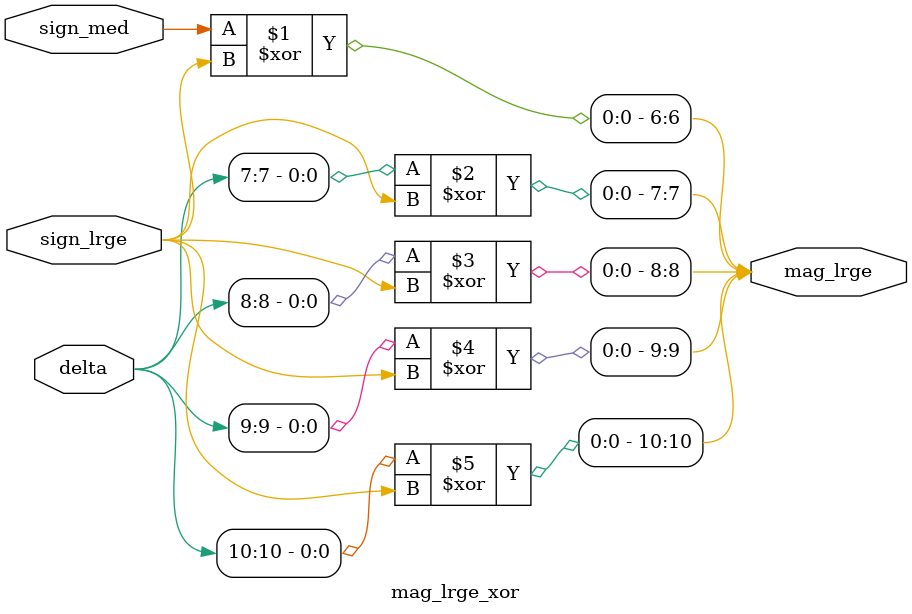
<source format=v>
`timescale 1ns/1ps 


module mag_lrge_xor 
      (sign_lrge,      // connected to delta[11] - MSB of 5 bits adder, figure 5
       delta,          // connected to delta[10:7] - Magnitude of 5 bits adder, figure 5
       sign_med,       // connected to delta[6] - MSB of 7 bits adder, figure 5
       mag_lrge
       );

input          sign_lrge ;
input  [10:7]  delta ;
input          sign_med ;
output [10:6]  mag_lrge;

wire [10:6]  mag_lrge;

assign mag_lrge[6] = sign_med ^ sign_lrge ;
assign mag_lrge[7] = delta[7] ^ sign_lrge ;
assign mag_lrge[8] = delta[8] ^ sign_lrge ;
assign mag_lrge[9] = delta[9] ^ sign_lrge ;
assign mag_lrge[10] = delta[10] ^ sign_lrge ;



endmodule 

</source>
